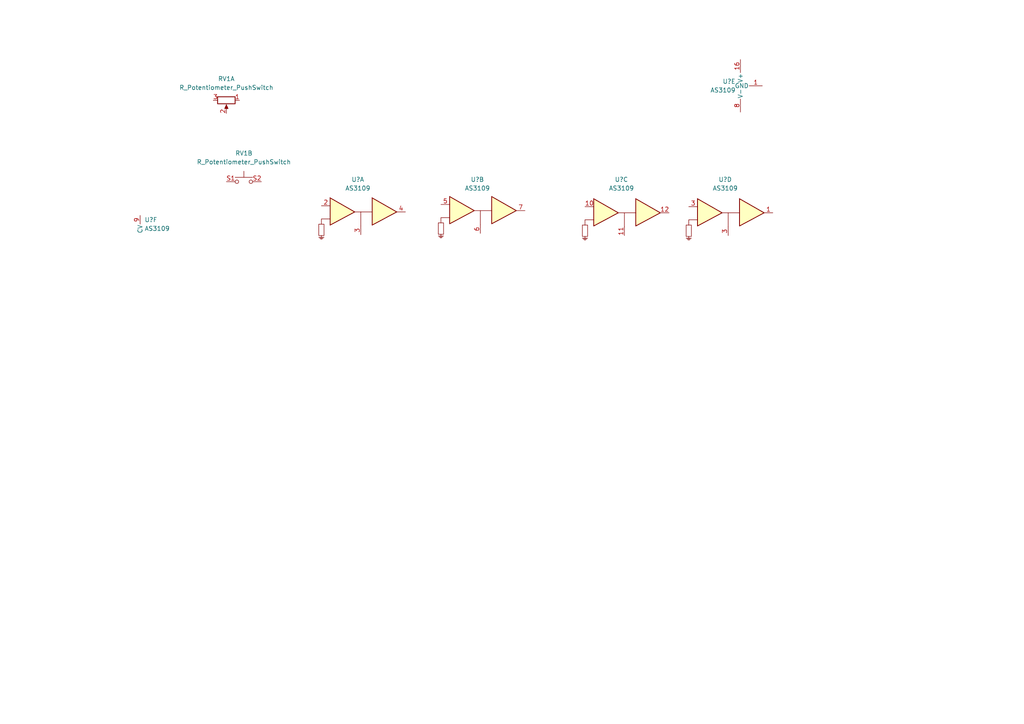
<source format=kicad_sch>
(kicad_sch (version 20211123) (generator eeschema)
  (paper "A4")
  (lib_symbols
    (symbol "Pale Slim Ghost:AS3109" (pin_names (offset 0.127))
      (property "Reference" "U" (at -4.318 5.08 0))
      (property "Value" "AS3109" (at -4.318 -5.08 0))
      (symbol "AS3109_1_1"
        (rectangle (start -12.192 -3.556) (end -10.668 -6.858) (stroke (width 0.1524)))
        (polyline (pts (xy -12.192 -7.366) (xy -10.668 -7.366)) (stroke (width 0.1524)))
        (polyline (pts (xy -11.938 -7.62) (xy -10.922 -7.62)) (stroke (width 0.1524)))
        (polyline (pts (xy -11.684 -7.874) (xy -11.176 -7.874)) (stroke (width 0.1524)))
        (polyline (pts (xy -11.43 -6.858) (xy -11.43 -7.366)) (stroke (width 0.1524)))
        (polyline (pts (xy -1.778 0) (xy 3.302 0)) (stroke (width 0.1524)))
        (polyline (pts (xy 0 -4.064) (xy 0 0)) (stroke (width 0.1524)))
        (polyline (pts (xy -8.89 -2.032) (xy -11.43 -2.032) (xy -11.43 -3.556)) (stroke (width 0.1524)))
        (polyline (pts (xy -8.89 4.064) (xy -1.778 0) (xy -8.89 -3.81) (xy -8.89 4.064)) (stroke (width 0.254)) (fill (type background)))
        (polyline (pts (xy 3.302 4.064) (xy 10.414 0) (xy 3.302 -3.81) (xy 3.302 4.064)) (stroke (width 0.254)) (fill (type background)))
        (pin input line (at -11.43 1.778 0) (length 2.54) (name "") (number "2"))
        (pin input line (at 0 -6.604 90) (length 2.54) (name "") (number "3"))
        (pin output line (at 12.954 0 180) (length 2.54) (name "~") (number "4"))
      )
      (symbol "AS3109_2_1"
        (rectangle (start -12.192 -3.556) (end -10.668 -6.858) (stroke (width 0.1524)))
        (polyline (pts (xy -12.192 -7.366) (xy -10.668 -7.366)) (stroke (width 0.1524)))
        (polyline (pts (xy -11.938 -7.62) (xy -10.922 -7.62)) (stroke (width 0.1524)))
        (polyline (pts (xy -11.684 -7.874) (xy -11.176 -7.874)) (stroke (width 0.1524)))
        (polyline (pts (xy -11.43 -6.858) (xy -11.43 -7.366)) (stroke (width 0.1524)))
        (polyline (pts (xy -1.778 0) (xy 3.302 0)) (stroke (width 0.1524)))
        (polyline (pts (xy 0 -4.064) (xy 0 0)) (stroke (width 0.1524)))
        (polyline (pts (xy -8.89 -2.032) (xy -11.43 -2.032) (xy -11.43 -3.556)) (stroke (width 0.1524)))
        (polyline (pts (xy -8.89 4.064) (xy -1.778 0) (xy -8.89 -3.81) (xy -8.89 4.064)) (stroke (width 0.254)) (fill (type background)))
        (polyline (pts (xy 3.302 4.064) (xy 10.414 0) (xy 3.302 -3.81) (xy 3.302 4.064)) (stroke (width 0.254)) (fill (type background)))
        (pin input line (at -11.43 1.778 0) (length 2.54) (name "") (number "5"))
        (pin input line (at 0 -6.604 90) (length 2.54) (name "") (number "6"))
        (pin output line (at 12.954 0 180) (length 2.54) (name "~") (number "7"))
      )
      (symbol "AS3109_3_1"
        (rectangle (start -12.192 -3.556) (end -10.668 -6.858) (stroke (width 0.1524)))
        (polyline (pts (xy -12.192 -7.366) (xy -10.668 -7.366)) (stroke (width 0.1524)))
        (polyline (pts (xy -11.938 -7.62) (xy -10.922 -7.62)) (stroke (width 0.1524)))
        (polyline (pts (xy -11.684 -7.874) (xy -11.176 -7.874)) (stroke (width 0.1524)))
        (polyline (pts (xy -11.43 -6.858) (xy -11.43 -7.366)) (stroke (width 0.1524)))
        (polyline (pts (xy -1.778 0) (xy 3.302 0)) (stroke (width 0.1524)))
        (polyline (pts (xy 0 -4.064) (xy 0 0)) (stroke (width 0.1524)))
        (polyline (pts (xy -8.89 -2.032) (xy -11.43 -2.032) (xy -11.43 -3.556)) (stroke (width 0.1524)))
        (polyline (pts (xy -8.89 4.064) (xy -1.778 0) (xy -8.89 -3.81) (xy -8.89 4.064)) (stroke (width 0.254)) (fill (type background)))
        (polyline (pts (xy 3.302 4.064) (xy 10.414 0) (xy 3.302 -3.81) (xy 3.302 4.064)) (stroke (width 0.254)) (fill (type background)))
        (pin input line (at -11.43 1.778 0) (length 2.54) (name "") (number "10"))
        (pin input line (at 0 -6.604 90) (length 2.54) (name "") (number "11"))
        (pin output line (at 12.954 0 180) (length 2.54) (name "~") (number "12"))
      )
      (symbol "AS3109_4_1"
        (rectangle (start -12.192 -3.556) (end -10.668 -6.858) (stroke (width 0.1524)))
        (polyline (pts (xy -12.192 -7.366) (xy -10.668 -7.366)) (stroke (width 0.1524)))
        (polyline (pts (xy -11.938 -7.62) (xy -10.922 -7.62)) (stroke (width 0.1524)))
        (polyline (pts (xy -11.684 -7.874) (xy -11.176 -7.874)) (stroke (width 0.1524)))
        (polyline (pts (xy -11.43 -6.858) (xy -11.43 -7.366)) (stroke (width 0.1524)))
        (polyline (pts (xy -1.778 0) (xy 3.302 0)) (stroke (width 0.1524)))
        (polyline (pts (xy 0 -4.064) (xy 0 0)) (stroke (width 0.1524)))
        (polyline (pts (xy -8.89 -2.032) (xy -11.43 -2.032) (xy -11.43 -3.556)) (stroke (width 0.1524)))
        (polyline (pts (xy -8.89 4.064) (xy -1.778 0) (xy -8.89 -3.81) (xy -8.89 4.064)) (stroke (width 0.254)) (fill (type background)))
        (polyline (pts (xy 3.302 4.064) (xy 10.414 0) (xy 3.302 -3.81) (xy 3.302 4.064)) (stroke (width 0.254)) (fill (type background)))
        (pin output line (at 12.954 0 180) (length 2.54) (name "~") (number "1"))
        (pin input line (at -11.43 1.778 0) (length 2.54) (name "") (number "3"))
        (pin input line (at 0 -6.604 90) (length 2.54) (name "") (number "3"))
      )
      (symbol "AS3109_5_1"
        (pin power_in line (at 6.35 0 180) (length 3.81) (name "GND") (number "1"))
        (pin power_in line (at 0 7.62 270) (length 3.81) (name "V+") (number "16"))
        (pin power_in line (at 0 -7.62 90) (length 3.81) (name "V-") (number "8"))
      )
      (symbol "AS3109_6_1"
        (pin input line (at 0 2.54 270) (length 2.54) (name "CV") (number "9"))
      )
    )
    (symbol "Pale Slim Ghost:R_Potentiometer_PushSwitch" (pin_names (offset 1.016) hide)
      (property "Reference" "RV" (at 0.127 4.572 0))
      (property "Value" "R_Potentiometer_PushSwitch" (at 0.127 2.667 0))
      (symbol "R_Potentiometer_PushSwitch_1_1"
        (polyline (pts (xy 0 -1.27) (xy 0.508 -2.413) (xy -0.508 -2.413) (xy 0 -1.27)) (fill (type outline)))
        (rectangle (start 2.54 -1.016) (end -2.54 1.016) (stroke (width 0.254)))
        (pin passive line (at 3.81 0 180) (length 1.27) (name "1") (number "1"))
        (pin passive line (at 0 -3.81 90) (length 1.27) (name "2") (number "2"))
        (pin passive line (at -3.81 0 0) (length 1.27) (name "3") (number "3"))
      )
      (symbol "R_Potentiometer_PushSwitch_2_1"
        (circle (center -2.032 0) (radius 0.508))
        (polyline (pts (xy 0 1.27) (xy 0 3.048)))
        (polyline (pts (xy 2.54 1.27) (xy -2.54 1.27)))
        (circle (center 2.032 0) (radius 0.508))
        (pin passive line (at -5.08 0 0) (length 2.54) (name "S1") (number "S1"))
        (pin passive line (at 5.08 0 180) (length 2.54) (name "S2") (number "S2"))
      )
    )
  )
  (symbol (lib_id "Pale Slim Ghost:AS3109") (at 40.64 65.024 0) (unit 6)
    (property "Reference" "U?" (at 41.91 63.7539 0) (effects (justify left)))
    (property "Value" "AS3109" (at 41.91 66.2939 0) (effects (justify left)))
  )
  (symbol (lib_id "Pale Slim Ghost:AS3109") (at 139.319 61.087 0) (unit 2)
    (property "Reference" "U?" (at 138.4554 52.07 0))
    (property "Value" "AS3109" (at 138.4554 54.61 0))
  )
  (symbol (lib_id "Pale Slim Ghost:AS3109") (at 214.757 24.892 0) (unit 5)
    (property "Reference" "U?" (at 213.36 23.6219 0) (effects (justify right)))
    (property "Value" "AS3109" (at 213.36 26.1619 0) (effects (justify right)))
  )
  (symbol (lib_id "Pale Slim Ghost:AS3109") (at 211.201 61.722 0) (unit 4)
    (property "Reference" "U?" (at 210.3374 52.07 0))
    (property "Value" "AS3109" (at 210.3374 54.61 0))
  )
  (symbol (lib_id "Pale Slim Ghost:AS3109") (at 104.648 61.468 0) (unit 1)
    (property "Reference" "U?" (at 103.7844 52.07 0))
    (property "Value" "AS3109" (at 103.7844 54.61 0))
  )
  (symbol (lib_id "Pale Slim Ghost:R_Potentiometer_PushSwitch") (at 70.739 52.705 0) (unit 2)
    (property "Reference" "RV1" (at 70.739 44.45 0))
    (property "Value" "R_Potentiometer_PushSwitch" (at 70.739 46.99 0))
  )
  (symbol (lib_id "Pale Slim Ghost:R_Potentiometer_PushSwitch") (at 65.659 29.083 0) (unit 1)
    (property "Reference" "RV1" (at 65.659 22.86 0))
    (property "Value" "R_Potentiometer_PushSwitch" (at 65.659 25.4 0))
    (property "Footprint" "Pale Slim Ghost:P170NP1 Switch Potentiometer" (effects hide))
  )
  (symbol (lib_id "Pale Slim Ghost:AS3109") (at 181.102 61.722 0) (unit 3)
    (property "Reference" "U?" (at 180.2384 52.07 0))
    (property "Value" "AS3109" (at 180.2384 54.61 0))
  )
)
</source>
